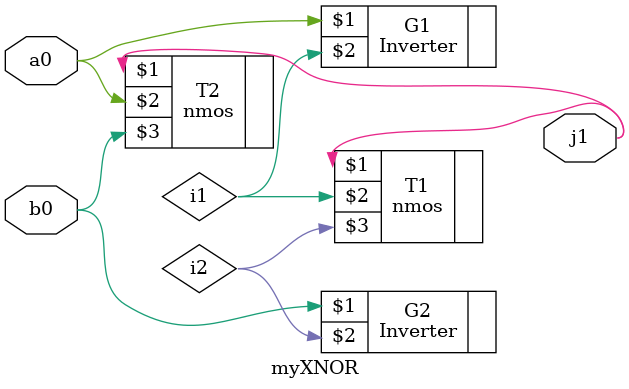
<source format=v>
`timescale 1ns/1ns
module myXNOR(input a0, b0, output j1);
	wire i1, i2;
	Inverter G1(a0, i1), G2(b0, i2);
	nmos #(3, 4, 5) T1(j1, i1, i2);
	nmos #(3, 4, 5) T2(j1, a0, b0);
endmodule
</source>
